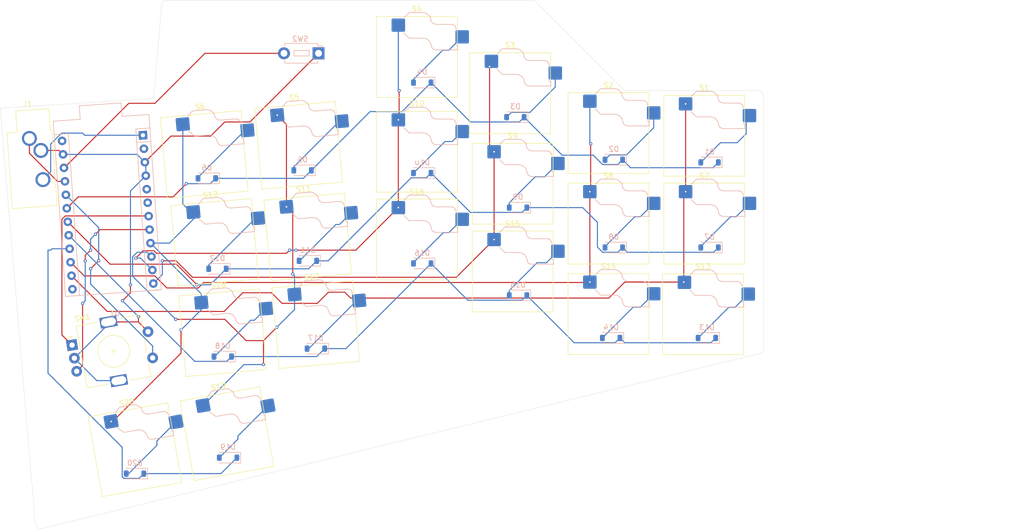
<source format=kicad_pcb>
(kicad_pcb (version 20241229) (generator "pcbnew") (generator_version "9.0")
  (layers (0 "F.Cu" signal) (2 "B.Cu" signal) (13 "F.Paste" user) (15 "B.Paste" user) (5 "F.SilkS" user "F.Silkscreen") (7 "B.SilkS" user "B.Silkscreen") (1 "F.Mask" user) (3 "B.Mask" user) (25 "Edge.Cuts" user))
  (net 0 "")
  (net 1 "0 Row")
  (net 2 "Net-(D1-A)")
  (net 3 "Net-(D2-A)")
  (net 4 "Net-(D3-A)")
  (net 5 "Net-(D4-A)")
  (net 6 "Net-(D5-A)")
  (net 7 "Net-(D6-A)")
  (net 8 "1 Row")
  (net 9 "Net-(D7-A)")
  (net 10 "Net-(D8-A)")
  (net 11 "Net-(D9-A)")
  (net 12 "Net-(D10-A)")
  (net 13 "Net-(D11-A)")
  (net 14 "Net-(D12-A)")
  (net 15 "Net-(D13-A)")
  (net 16 "2 Row")
  (net 17 "Net-(D14-A)")
  (net 18 "Net-(D15-A)")
  (net 19 "Net-(D16-A)")
  (net 20 "Net-(D17-A)")
  (net 21 "Net-(D18-A)")
  (net 22 "3 Row")
  (net 23 "Net-(D19-A)")
  (net 24 "Net-(D20-A)")
  (net 25 "0 Column")
  (net 26 "1 Column")
  (net 27 "2 Column")
  (net 28 "3 Column")
  (net 29 "4 Column")
  (net 30 "5 Column")
  (net 31 "GND")
  (net 32 "Net-(U1-5{slash}PC6)")
  (net 33 "Net-(U1-A3{slash}PF4)")
  (net 34 "Net-(U1-4{slash}PD4)")
  (net 35 "RST")
  (net 36 "VCC")
  (net 39 "Serial")
  (footprint "ScottoKeebs_Hotswap:Hotswap_Choc_V1" (layer "F.Cu") (at 133.829071 96.020643 5)
    (property "Reference" "S12")
    (property "Value" "~")
  )
  (footprint "ScottoKeebs_Hotswap:Hotswap_Choc_V1" (layer "F.Cu") (at 118.85 135 10)
    (property "Reference" "S20")
    (property "Value" "~")
  )
  (footprint "ScottoKeebs_Hotswap:Hotswap_Choc_V1" (layer "F.Cu") (at 152.85 111.5 5)
    (property "Reference" "S17")
    (property "Value" "~")
  )
  (footprint "ScottoKeebs_Hotswap:Hotswap_Choc_V1" (layer "F.Cu") (at 171.85 79)
    (property "Reference" "S10")
    (property "Value" "~")
  )
  (footprint "ScottoKeebs_Hotswap:Hotswap_Choc_V1" (layer "F.Cu") (at 149.593961 77.787206 5)
    (property "Reference" "S5")
    (property "Value" "~")
  )
  (footprint "ScottoKeebs_Hotswap:Hotswap_Choc_V1" (layer "F.Cu") (at 225.85 76)
    (property "Reference" "S1")
    (property "Value" "~")
  )
  (footprint "ScottoKeebs_Hotswap:Hotswap_Choc_V1" (layer "F.Cu") (at 151.329071 95.020643 5)
    (property "Reference" "S11")
    (property "Value" "~")
  )
  (footprint "ScottoKeebs_Hotswap:Hotswap_Choc_V1" (layer "F.Cu") (at 136.127363 132 10)
    (property "Reference" "S19")
    (property "Value" "~")
  )
  (footprint "ScottoKeebs_Hotswap:Hotswap_Choc_V1" (layer "F.Cu") (at 207.85 92.5)
    (property "Reference" "S8")
    (property "Value" "~")
  )
  (footprint "ScottoKeebs_Hotswap:Hotswap_Choc_V1" (layer "F.Cu") (at 171.85 61.2)
    (property "Reference" "S4")
    (property "Value" "~")
  )
  (footprint "ScottoKeebs_Hotswap:Hotswap_Choc_V1" (layer "F.Cu") (at 131.85 79.5 5)
    (property "Reference" "S6")
    (property "Value" "~")
  )
  (footprint "ScottoKeebs_Hotswap:Hotswap_Choc_V1" (layer "F.Cu") (at 225.625 109.55)
    (property "Reference" "S13")
    (property "Value" "~")
  )
  (footprint "ScottoKeebs_Hotswap:Hotswap_Choc_V1" (layer "F.Cu") (at 189.85 101.5)
    (property "Reference" "S15")
    (property "Value" "~")
  )
  (footprint "Connector_Audio:Jack_3.5mm_CUI_SJ1-3533NG_Horizontal_CircularHoles" (layer "F.Cu") (at 99 76.5 4)
    (property "Reference" "J1")
    (property "Value" "AudioJack3")
  )
  (footprint "ScottoKeebs_Hotswap:Hotswap_Choc_V1" (layer "F.Cu") (at 189.35 68)
    (property "Reference" "S3")
    (property "Value" "~")
  )
  (footprint "ScottoKeebs_Hotswap:Hotswap_Choc_V1" (layer "F.Cu") (at 189.85 85)
    (property "Reference" "S9")
    (property "Value" "~")
  )
  (footprint "ScottoKeebs_Hotswap:Hotswap_Choc_V1" (layer "F.Cu") (at 225.85 92.5)
    (property "Reference" "S7")
    (property "Value" "~")
  )
  (footprint "ScottoKeebs_Hotswap:Hotswap_Choc_V1" (layer "F.Cu") (at 207.85 109.5)
    (property "Reference" "S14")
    (property "Value" "~")
  )
  (footprint "ScottoKeebs_Hotswap:Hotswap_Choc_V1" (layer "F.Cu") (at 207.85 75.5)
    (property "Reference" "S2")
    (property "Value" "~")
  )
  (footprint "Rotary_Encoder:RotaryEncoder_Alps_EC11E-Switch_Vertical_H20mm" (layer "F.Cu") (at 114.841948 116.5 10)
    (property "Reference" "SW1")
    (property "Value" "RotaryEncoder_Switch_MP")
  )
  (footprint "ScottoKeebs_Hotswap:Hotswap_Choc_V1" (layer "F.Cu") (at 171.85 95.5)
    (property "Reference" "S16")
    (property "Value" "~")
  )
  (footprint "ScottoKeebs_Hotswap:Hotswap_Choc_V1" (layer "F.Cu") (at 135.329071 113.020643 5)
    (property "Reference" "S18")
    (property "Value" "~")
  )
  (footprint "Diode_SMD:D_SOD-123" (layer "B.Cu") (at 150.35 82.5 180)
    (property "Reference" "D5")
    (property "Value" "~")
  )
  (footprint "Diode_SMD:D_SOD-123" (layer "B.Cu") (at 172.85 83 180)
    (property "Reference" "D10")
    (property "Value" "~")
  )
  (footprint "Diode_SMD:D_SOD-123" (layer "B.Cu") (at 226.85 97 180)
    (property "Reference" "D7")
    (property "Value" "~")
  )
  (footprint "Diode_SMD:D_SOD-123" (layer "B.Cu") (at 172.85 100 180)
    (property "Reference" "D16")
    (property "Value" "~")
  )
  (footprint "Diode_SMD:D_SOD-123" (layer "B.Cu") (at 190.35 72.5 180)
    (property "Reference" "D3")
    (property "Value" "~")
  )
  (footprint "Diode_SMD:D_SOD-123" (layer "B.Cu") (at 132.35 84 180)
    (property "Reference" "D6")
    (property "Value" "~")
  )
  (footprint "Diode_SMD:D_SOD-123" (layer "B.Cu") (at 190.85 106 180)
    (property "Reference" "D15")
    (property "Value" "~")
  )
  (footprint "Diode_SMD:D_SOD-123" (layer "B.Cu") (at 151.35 99.5 180)
    (property "Reference" "D11")
    (property "Value" "~")
  )
  (footprint "Diode_SMD:D_SOD-123" (layer "B.Cu") (at 135.35 117.5 180)
    (property "Reference" "D18")
    (property "Value" "~")
  )
  (footprint "Diode_SMD:D_SOD-123" (layer "B.Cu") (at 208.85 97 180)
    (property "Reference" "D8")
    (property "Value" "~")
  )
  (footprint "Diode_SMD:D_SOD-123" (layer "B.Cu") (at 208.35 114 180)
    (property "Reference" "D14")
    (property "Value" "~")
  )
  (footprint "Arduino:Sparkfun_Pro_Micro" (layer "B.Cu") (at 107.096119 104.83359 4)
    (property "Reference" "U1")
    (property "Value" "Arduino_Pro_Micro")
  )
  (footprint "Diode_SMD:D_SOD-123" (layer "B.Cu") (at 226.35 114 180)
    (property "Reference" "D13")
    (property "Value" "~")
  )
  (footprint "Diode_SMD:D_SOD-123" (layer "B.Cu") (at 118.85 139.5 180)
    (property "Reference" "D20")
    (property "Value" "~")
  )
  (footprint "ScottoKeebs_Components:Button_MJTP1243" (layer "B.Cu") (at 153.35 60.5 180)
    (property "Reference" "SW2")
    (property "Value" "Switch")
  )
  (footprint "Diode_SMD:D_SOD-123" (layer "B.Cu") (at 208.85 80.5 180)
    (property "Reference" "D2")
    (property "Value" "~")
  )
  (footprint "Diode_SMD:D_SOD-123" (layer "B.Cu") (at 172.85 66 180)
    (property "Reference" "D4")
    (property "Value" "~")
  )
  (footprint "Diode_SMD:D_SOD-123" (layer "B.Cu") (at 152.85 116 180)
    (property "Reference" "D17")
    (property "Value" "~")
  )
  (footprint "Diode_SMD:D_SOD-123" (layer "B.Cu") (at 190.85 89.5 180)
    (property "Reference" "D9")
    (property "Value" "~")
  )
  (footprint "Diode_SMD:D_SOD-123" (layer "B.Cu") (at 226.85 81 180)
    (property "Reference" "D1")
    (property "Value" "~")
  )
  (footprint "Diode_SMD:D_SOD-123" (layer "B.Cu") (at 134.35 101 180)
    (property "Reference" "D12")
    (property "Value" "~")
  )
  (footprint "Diode_SMD:D_SOD-123" (layer "B.Cu") (at 136.35 136.5 180)
    (property "Reference" "D19")
    (property "Value" "~")
  )
  (gr_line (start 193.435786 50.5) (end 124.85 50.5) (stroke (width 0.05)) (layer "Edge.Cuts"))
  (gr_arc (start 123.85 51.5) (mid 124.142893 50.792893) (end 124.85 50.5) (stroke (width 0.05)) (layer "Edge.Cuts"))
  (gr_arc (start 236 67.5) (mid 236.707107 67.792893) (end 237 68.5) (stroke (width 0.05)) (layer "Edge.Cuts"))
  (gr_line (start 236.236935 116.941722) (end 101.355014 149.836633) (stroke (width 0.05)) (layer "Edge.Cuts"))
  (gr_line (start 236 67.5) (end 211.264214 67.5) (stroke (width 0.05)) (layer "Edge.Cuts"))
  (gr_line (start 93.5 70.806932) (end 100.122831 148.949271) (stroke (width 0.05)) (layer "Edge.Cuts"))
  (gr_arc (start 122.423226 68.145694) (mid 122.127663 68.773664) (end 121.494526 69.058002) (stroke (width 0.05)) (layer "Edge.Cuts"))
  (gr_arc (start 101.355014 149.836633) (mid 100.534895 149.676275) (end 100.122831 148.949271) (stroke (width 0.05)) (layer "Edge.Cuts"))
  (gr_line (start 121.494526 69.057988) (end 93.5 70.806933) (stroke (width 0.05)) (layer "Edge.Cuts"))
  (gr_arc (start 237 115.970196) (mid 236.786429 116.587881) (end 236.236935 116.941722) (stroke (width 0.05)) (layer "Edge.Cuts"))
  (gr_line (start 210.557107 67.207107) (end 194.142893 50.792893) (stroke (width 0.05)) (layer "Edge.Cuts"))
  (gr_arc (start 193.435786 50.5) (mid 193.818478 50.57611) (end 194.142893 50.792893) (stroke (width 0.05)) (layer "Edge.Cuts"))
  (gr_line (start 123.85 51.5) (end 122.423226 68.145694) (stroke (width 0.05)) (layer "Edge.Cuts"))
  (gr_arc (start 211.264214 67.5) (mid 210.881528 67.423884) (end 210.557107 67.207107) (stroke (width 0.05)) (layer "Edge.Cuts"))
  (gr_line (start 237 115.970196) (end 237 68.5) (stroke (width 0.05)) (layer "Edge.Cuts"))
  (segment (start 126.033376 87.466624) (end 108.197119 87.466624) (width 0.2) (layer "F.Cu") (net 1))
  (segment (start 128.5 85) (end 126.033376 87.466624) (width 0.2) (layer "F.Cu") (net 1))
  (segment (start 108.197119 87.466624) (end 106.033029 89.630714) (width 0.2) (layer "F.Cu") (net 1))
  (via (at 128.5 85) (size 0.6) (drill 0.3) (layers "F.Cu" "B.Cu") (net 1))
  (segment (start 212 82) (end 210.5 80.5) (width 0.2) (layer "B.Cu") (net 1))
  (segment (start 209.599 81.401) (end 206.75089 81.401) (width 0.2) (layer "B.Cu") (net 1))
  (segment (start 228.5 81) (end 227.5 82) (width 0.2) (layer "B.Cu") (net 1))
  (segment (start 191.099 73.401) (end 181.901 73.401) (width 0.2) (layer "B.Cu") (net 1))
  (segment (start 134 84) (end 133 85) (width 0.2) (layer "B.Cu") (net 1))
  (segment (start 206.75089 81.401) (end 204.99889 79.649) (width 0.2) (layer "B.Cu") (net 1))
  (segment (start 150.5 84) (end 134 84) (width 0.2) (layer "B.Cu") (net 1))
  (segment (start 133 85) (end 128.5 85) (width 0.2) (layer "B.Cu") (net 1))
  (segment (start 204.99889 79.649) (end 199.149 79.649) (width 0.2) (layer "B.Cu") (net 1))
  (segment (start 152 82.5) (end 150.5 84) (width 0.2) (layer "B.Cu") (net 1))
  (segment (start 210.5 80.5) (end 209.599 81.401) (width 0.2) (layer "B.Cu") (net 1))
  (segment (start 174.5 66) (end 169.051 71.449) (width 0.2) (layer "B.Cu") (net 1))
  (segment (start 181.901 73.401) (end 174.5 66) (width 0.2) (layer "B.Cu") (net 1))
  (segment (start 227.5 82) (end 212 82) (width 0.2) (layer "B.Cu") (net 1))
  (segment (start 199.149 79.649) (end 192 72.5) (width 0.2) (layer "B.Cu") (net 1))
  (segment (start 163.051 71.449) (end 152 82.5) (width 0.2) (layer "B.Cu") (net 1))
  (segment (start 169.051 71.449) (end 163.051 71.449) (width 0.2) (layer "B.Cu") (net 1))
  (segment (start 192 72.5) (end 191.099 73.401) (width 0.2) (layer "B.Cu") (net 1))
  (segment (start 232.040948 77.301) (end 233.749 75.592948) (width 0.2) (layer "B.Cu") (net 2))
  (segment (start 233.749 75.592948) (end 233.749 72.2) (width 0.2) (layer "B.Cu") (net 2))
  (segment (start 228.899 77.301) (end 232.040948 77.301) (width 0.2) (layer "B.Cu") (net 2))
  (segment (start 225.2 81) (end 228.899 77.301) (width 0.2) (layer "B.Cu") (net 2))
  (segment (start 216.35 74.491948) (end 211.242948 79.599) (width 0.2) (layer "B.Cu") (net 3))
  (segment (start 216.35 71.7) (end 216.35 74.491948) (width 0.2) (layer "B.Cu") (net 3))
  (segment (start 211.242948 79.599) (end 208.101 79.599) (width 0.2) (layer "B.Cu") (net 3))
  (segment (start 208.101 79.599) (end 207.2 80.5) (width 0.2) (layer "B.Cu") (net 3))
  (segment (start 193.090892 71.599) (end 189.601 71.599) (width 0.2) (layer "B.Cu") (net 4))
  (segment (start 197.85 66.839892) (end 193.090892 71.599) (width 0.2) (layer "B.Cu") (net 4))
  (segment (start 189.601 71.599) (end 188.7 72.5) (width 0.2) (layer "B.Cu") (net 4))
  (segment (start 197.85 64.2) (end 197.85 66.839892) (width 0.2) (layer "B.Cu") (net 4))
  (segment (start 177.851 59.899) (end 176.701 59.899) (width 0.2) (layer "B.Cu") (net 5))
  (segment (start 176.701 59.899) (end 171.2 65.4) (width 0.2) (layer "B.Cu") (net 5))
  (segment (start 171.2 65.4) (end 171.2 66) (width 0.2) (layer "B.Cu") (net 5))
  (segment (start 180.35 57.4) (end 177.851 59.899) (width 0.2) (layer "B.Cu") (net 5))
  (segment (start 148.7 81.840989) (end 148.7 82.5) (width 0.2) (layer "B.Cu") (net 6))
  (segment (start 157.280146 73.260843) (end 148.7 81.840989) (width 0.2) (layer "B.Cu") (net 6))
  (segment (start 157.730422 73.260843) (end 157.280146 73.260843) (width 0.2) (layer "B.Cu") (net 6))
  (segment (start 139.986461 74.973637) (end 139.536185 74.973637) (width 0.2) (layer "B.Cu") (net 7))
  (segment (start 130.7 83.809822) (end 130.7 84) (width 0.2) (layer "B.Cu") (net 7))
  (segment (start 139.536185 74.973637) (end 130.7 83.809822) (width 0.2) (layer "B.Cu") (net 7))
  (segment (start 130.5 104) (end 126.635689 100.135689) (width 0.2) (layer "F.Cu") (net 8))
  (segment (start 126.635689 100.135689) (end 114.181374 100.135689) (width 0.2) (layer "F.Cu") (net 8))
  (segment (start 114.181374 100.135689) (end 106.210211 92.164526) (width 0.2) (layer "F.Cu") (net 8))
  (via (at 130.5 104) (size 0.6) (drill 0.3) (layers "F.Cu" "B.Cu") (net 8))
  (segment (start 151.5 101) (end 153 99.5) (width 0.2) (layer "B.Cu") (net 8))
  (segment (start 206.75089 97.901) (end 209.599 97.901) (width 0.2) (layer "B.Cu") (net 8))
  (segment (start 205.774 96.92411) (end 206.75089 97.901) (width 0.2) (layer "B.Cu") (net 8))
  (segment (start 136 101) (end 151.5 101) (width 0.2) (layer "B.Cu") (net 8))
  (segment (start 173.599 83.901) (end 174.5 83) (width 0.2) (layer "B.Cu") (net 8))
  (segment (start 153 99.5) (end 155.15189 99.5) (width 0.2) (layer "B.Cu") (net 8))
  (segment (start 210.5 97) (end 211.401 97.901) (width 0.2) (layer "B.Cu") (net 8))
  (segment (start 155.15189 99.5) (end 170.75089 83.901) (width 0.2) (layer "B.Cu") (net 8))
  (segment (start 203 89.5) (end 205.774 92.274) (width 0.2) (layer "B.Cu") (net 8))
  (segment (start 181.901 90.401) (end 191.599 90.401) (width 0.2) (layer "B.Cu") (net 8))
  (segment (start 211.401 97.901) (end 227.599 97.901) (width 0.2) (layer "B.Cu") (net 8))
  (segment (start 170.75089 83.901) (end 173.599 83.901) (width 0.2) (layer "B.Cu") (net 8))
  (segment (start 192.5 89.5) (end 203 89.5) (width 0.2) (layer "B.Cu") (net 8))
  (segment (start 209.599 97.901) (end 210.5 97) (width 0.2) (layer "B.Cu") (net 8))
  (segment (start 191.599 90.401) (end 192.5 89.5) (width 0.2) (layer "B.Cu") (net 8))
  (segment (start 133 104) (end 130.5 104) (width 0.2) (layer "B.Cu") (net 8))
  (segment (start 136 101) (end 133 104) (width 0.2) (layer "B.Cu") (net 8))
  (segment (start 227.599 97.901) (end 228.5 97) (width 0.2) (layer "B.Cu") (net 8))
  (segment (start 174.5 83) (end 181.901 90.401) (width 0.2) (layer "B.Cu") (net 8))
  (segment (start 205.774 92.274) (end 205.774 96.92411) (width 0.2) (layer "B.Cu") (net 8))
  (segment (start 231.851 91.199) (end 230.811108 91.199) (width 0.2) (layer "B.Cu") (net 9))
  (segment (start 234.35 88.7) (end 231.851 91.199) (width 0.2) (layer "B.Cu") (net 9))
  (segment (start 225.2 96.810108) (end 225.2 97) (width 0.2) (layer "B.Cu") (net 9))
  (segment (start 230.811108 91.199) (end 225.2 96.810108) (width 0.2) (layer "B.Cu") (net 9))
  (segment (start 216.35 88.7) (end 213.851 91.199) (width 0.2) (layer "B.Cu") (net 10))
  (segment (start 207.2 96.810108) (end 207.2 97) (width 0.2) (layer "B.Cu") (net 10))
  (segment (start 212.811108 91.199) (end 207.2 96.810108) (width 0.2) (layer "B.Cu") (net 10))
  (segment (start 213.851 91.199) (end 212.811108 91.199) (width 0.2) (layer "B.Cu") (net 10))
  (segment (start 189.2 88.585907) (end 189.2 89.5) (width 0.2) (layer "B.Cu") (net 11))
  (segment (start 195.851 83.699) (end 194.086907 83.699) (width 0.2) (layer "B.Cu") (net 11))
  (segment (start 198.35 81.2) (end 195.851 83.699) (width 0.2) (layer "B.Cu") (net 11))
  (segment (start 194.086907 83.699) (end 189.2 88.585907) (width 0.2) (layer "B.Cu") (net 11))
  (segment (start 180.35 75.2) (end 178.474 77.076) (width 0.2) (layer "B.Cu") (net 12))
  (segment (start 178.474 77.076) (end 177.124 77.076) (width 0.2) (layer "B.Cu") (net 12))
  (segment (start 177.124 77.076) (end 171.2 83) (width 0.2) (layer "B.Cu") (net 12))
  (segment (start 149.785621 99.5) (end 149.7 99.5) (width 0.2) (layer "B.Cu") (net 13))
  (segment (start 156.610296 92.675325) (end 149.785621 99.5) (width 0.2) (layer "B.Cu") (net 13))
  (segment (start 157.284487 92.675325) (end 156.610296 92.675325) (width 0.2) (layer "B.Cu") (net 13))
  (segment (start 159.465532 90.49428) (end 157.284487 92.675325) (width 0.2) (layer "B.Cu") (net 13))
  (segment (start 141.965532 91.49428) (end 141.515256 91.49428) (width 0.2) (layer "B.Cu") (net 14))
  (segment (start 141.515256 91.49428) (end 132.7 100.309536) (width 0.2) (layer "B.Cu") (net 14))
  (segment (start 132.7 100.309536) (end 132.7 101) (width 0.2) (layer "B.Cu") (net 14))
  (segment (start 230.451 108.249) (end 224.7 114) (width 0.2) (layer "B.Cu") (net 15))
  (segment (start 234.125 105.75) (end 231.626 108.249) (width 0.2) (layer "B.Cu") (net 15))
  (segment (start 231.626 108.249) (end 230.451 108.249) (width 0.2) (layer "B.Cu") (net 15))
  (segment (start 154.5 116) (end 153 117.5) (width 0.2) (layer "B.Cu") (net 16))
  (segment (start 210.901 114.901) (end 210 114) (width 0.2) (layer "B.Cu") (net 16))
  (segment (start 209.099 114.901) (end 201.401 114.901) (width 0.2) (layer "B.Cu") (net 16))
  (segment (start 137 117.5) (end 136.099 118.401) (width 0.2) (layer "B.Cu") (net 16))
  (segment (start 181.401 106.901) (end 174.5 100) (width 0.2) (layer "B.Cu") (net 16))
  (segment (start 227.099 114.901) (end 210.901 114.901) (width 0.2) (layer "B.Cu") (net 16))
  (segment (start 130.090056 118.401) (end 106.387395 94.698339) (width 0.2) (layer "B.Cu") (net 16))
  (segment (start 201.401 114.901) (end 192.5 106) (width 0.2) (layer "B.Cu") (net 16))
  (segment (start 210 114) (end 209.099 114.901) (width 0.2) (layer "B.Cu") (net 16))
  (segment (start 192.5 106) (end 191.599 106.901) (width 0.2) (layer "B.Cu") (net 16))
  (segment (start 191.599 106.901) (end 181.401 106.901) (width 0.2) (layer "B.Cu") (net 16))
  (segment (start 174.5 100) (end 158.5 116) (width 0.2) (layer "B.Cu") (net 16))
  (segment (start 158.5 116) (end 154.5 116) (width 0.2) (layer "B.Cu") (net 16))
  (segment (start 153 117.5) (end 137 117.5) (width 0.2) (layer "B.Cu") (net 16))
  (segment (start 228 114) (end 227.099 114.901) (width 0.2) (layer "B.Cu") (net 16))
  (segment (start 136.099 118.401) (end 130.090056 118.401) (width 0.2) (layer "B.Cu") (net 16))
  (segment (start 213.851 108.199) (end 212.501 108.199) (width 0.2) (layer "B.Cu") (net 17))
  (segment (start 212.501 108.199) (end 206.7 114) (width 0.2) (layer "B.Cu") (net 17))
  (segment (start 216.35 105.7) (end 213.851 108.199) (width 0.2) (layer "B.Cu") (net 17))
  (segment (start 198.35 97.7) (end 196.192953 99.857047) (width 0.2) (layer "B.Cu") (net 18))
  (segment (start 189.2 105.085907) (end 189.2 106) (width 0.2) (layer "B.Cu") (net 18))
  (segment (start 194.42886 99.857047) (end 189.2 105.085907) (width 0.2) (layer "B.Cu") (net 18))
  (segment (start 196.192953 99.857047) (end 194.42886 99.857047) (width 0.2) (layer "B.Cu") (net 18))
  (segment (start 180.35 91.7) (end 177.851 94.199) (width 0.2) (layer "B.Cu") (net 19))
  (segment (start 171.2 99.810108) (end 171.2 100) (width 0.2) (layer "B.Cu") (net 19))
  (segment (start 176.811108 94.199) (end 171.2 99.810108) (width 0.2) (layer "B.Cu") (net 19))
  (segment (start 177.851 94.199) (end 176.811108 94.199) (width 0.2) (layer "B.Cu") (net 19))
  (segment (start 151.509822 116) (end 151.2 116) (width 0.2) (layer "B.Cu") (net 20))
  (segment (start 160.536185 106.973637) (end 151.509822 116) (width 0.2) (layer "B.Cu") (net 20))
  (segment (start 160.986461 106.973637) (end 160.536185 106.973637) (width 0.2) (layer "B.Cu") (net 20))
  (segment (start 140.610296 110.675325) (end 133.785621 117.5) (width 0.2) (layer "B.Cu") (net 21))
  (segment (start 143.465532 108.49428) (end 141.284487 110.675325) (width 0.2) (layer "B.Cu") (net 21))
  (segment (start 141.284487 110.675325) (end 140.610296 110.675325) (width 0.2) (layer "B.Cu") (net 21))
  (segment (start 133.785621 117.5) (end 133.7 117.5) (width 0.2) (layer "B.Cu") (net 21))
  (segment (start 103 97.5) (end 103.267848 97.232152) (width 0.2) (layer "B.Cu") (net 22))
  (segment (start 102.5 120.616893) (end 102.5 97.5) (width 0.2) (layer "B.Cu") (net 22))
  (segment (start 102.5 97.5) (end 103 97.5) (width 0.2) (layer "B.Cu") (net 22))
  (segment (start 120.5 139.5) (end 119.599 140.401) (width 0.2) (layer "B.Cu") (net 22))
  (segment (start 103.267848 97.232152) (end 106.564575 97.232152) (width 0.2) (layer "B.Cu") (net 22))
  (segment (start 119.599 140.401) (end 116.75089 140.401) (width 0.2) (layer "B.Cu") (net 22))
  (segment (start 116.75089 140.401) (end 116.449 140.09911) (width 0.2) (layer "B.Cu") (net 22))
  (segment (start 116.449 140.09911) (end 116.449 134.565893) (width 0.2) (layer "B.Cu") (net 22))
  (segment (start 138 136.5) (end 135 139.5) (width 0.2) (layer "B.Cu") (net 22))
  (segment (start 135 139.5) (end 120.5 139.5) (width 0.2) (layer "B.Cu") (net 22))
  (segment (start 116.449 134.565893) (end 102.5 120.616893) (width 0.2) (layer "B.Cu") (net 22))
  (segment (start 138.203363 132.996637) (end 134.7 136.5) (width 0.2) (layer "B.Cu") (net 23))
  (segment (start 138.203363 132.416721) (end 138.203363 132.996637) (width 0.2) (layer "B.Cu") (net 23))
  (segment (start 143.838363 126.781721) (end 138.203363 132.416721) (width 0.2) (layer "B.Cu") (net 23))
  (segment (start 117.65 139.5) (end 117.2 139.5) (width 0.2) (layer "B.Cu") (net 24))
  (segment (start 122.965444 134.184556) (end 117.65 139.5) (width 0.2) (layer "B.Cu") (net 24))
  (segment (start 126.561 129.781721) (end 122.965444 133.377277) (width 0.2) (layer "B.Cu") (net 24))
  (segment (start 122.965444 133.377277) (end 122.965444 134.184556) (width 0.2) (layer "B.Cu") (net 24))
  (segment (start 113.638254 109.019094) (end 106.918937 102.299777) (width 0.2) (layer "F.Cu") (net 25))
  (segment (start 135.591917 109.019094) (end 113.638254 109.019094) (width 0.2) (layer "F.Cu") (net 25))
  (segment (start 210.914093 103.5) (end 207.914093 106.5) (width 0.2) (layer "F.Cu") (net 25))
  (segment (start 153.112846 107.498451) (end 146.498451 107.498451) (width 0.2) (layer "F.Cu") (net 25))
  (segment (start 159.374163 106.5) (end 158.276846 105.402683) (width 0.2) (layer "F.Cu") (net 25))
  (segment (start 144.5 105.5) (end 139.111011 105.5) (width 0.2) (layer "F.Cu") (net 25))
  (segment (start 155.208614 105.402683) (end 153.112846 107.498451) (width 0.2) (layer "F.Cu") (net 25))
  (segment (start 222.35 86.5) (end 222.35 70) (width 0.2) (layer "F.Cu") (net 25))
  (segment (start 158.276846 105.402683) (end 155.208614 105.402683) (width 0.2) (layer "F.Cu") (net 25))
  (segment (start 222 103.5) (end 222 86.85) (width 0.2) (layer "F.Cu") (net 25))
  (segment (start 139.111011 105.5) (end 135.591917 109.019094) (width 0.2) (layer "F.Cu") (net 25))
  (segment (start 207.914093 106.5) (end 159.374163 106.5) (width 0.2) (layer "F.Cu") (net 25))
  (segment (start 222 86.85) (end 222.35 86.5) (width 0.2) (layer "F.Cu") (net 25))
  (segment (start 222 103.5) (end 210.914093 103.5) (width 0.2) (layer "F.Cu") (net 25))
  (segment (start 146.498451 107.498451) (end 144.5 105.5) (width 0.2) (layer "F.Cu") (net 25))
  (via (at 222.35 70) (size 0.6) (drill 0.3) (layers "F.Cu" "B.Cu") (net 25))
  (via (at 222 103.5) (size 0.6) (drill 0.3) (layers "F.Cu" "B.Cu") (net 25))
  (via (at 222.35 86.5) (size 0.6) (drill 0.3) (layers "F.Cu" "B.Cu") (net 25))
  (segment (start 222.05 103.55) (end 222 103.5) (width 0.2) (layer "B.Cu") (net 25))
  (segment (start 222.125 103.55) (end 222.05 103.55) (width 0.2) (layer "B.Cu") (net 25))
  (segment (start 109.313481 102.337689) (end 106.741757 99.765965) (width 0.2) (layer "F.Cu") (net 26))
  (segment (start 204.35 103.5) (end 204.274 103.576) (width 0.2) (layer "F.Cu") (net 26))
  (segment (start 122.577864 102.337689) (end 109.313481 102.337689) (width 0.2) (layer "F.Cu") (net 26))
  (segment (start 130.748943 104.601) (end 124.841175 104.601) (width 0.2) (layer "F.Cu") (net 26))
  (segment (start 204.5 77.5) (end 204.5 86.35) (width 0.2) (layer "F.Cu") (net 26))
  (segment (start 204.274 103.576) (end 131.773943 103.576) (width 0.2) (layer "F.Cu") (net 26))
  (segment (start 204.35 86.5) (end 204.35 103.5) (width 0.2) (layer "F.Cu") (net 26))
  (segment (start 204.5 86.35) (end 204.35 86.5) (width 0.2) (layer "F.Cu") (net 26))
  (segment (start 131.773943 103.576) (end 130.748943 104.601) (width 0.2) (layer "F.Cu") (net 26))
  (segment (start 124.841175 104.601) (end 122.577864 102.337689) (width 0.2) (layer "F.Cu") (net 26))
  (via (at 204.5 77.5) (size 0.6) (drill 0.3) (layers "F.Cu" "B.Cu") (net 26))
  (via (at 204.35 86.5) (size 0.6) (drill 0.3) (layers "F.Cu" "B.Cu") (net 26))
  (via (at 204.35 103.5) (size 0.6) (drill 0.3) (layers "F.Cu" "B.Cu") (net 26))
  (segment (start 204.35 69.5) (end 204.35 77.35) (width 0.2) (layer "B.Cu") (net 26))
  (segment (start 204.35 77.35) (end 204.5 77.5) (width 0.2) (layer "B.Cu") (net 26))
  (segment (start 185.5 78.15) (end 186.35 79) (width 0.2) (layer "F.Cu") (net 27))
  (segment (start 129.6681 102.601) (end 126.5671 99.5) (width 0.2) (layer "F.Cu") (net 27))
  (segment (start 185.5 63) (end 185.5 78.15) (width 0.2) (layer "F.Cu") (net 27))
  (segment (start 186.35 95.5) (end 179.249 102.601) (width 0.2) (layer "F.Cu") (net 27))
  (segment (start 186.35 79) (end 186.35 95.5) (width 0.2) (layer "F.Cu") (net 27))
  (segment (start 179.249 102.601) (end 129.6681 102.601) (width 0.2) (layer "F.Cu") (net 27))
  (segment (start 126.5671 99.5) (end 124 99.5) (width 0.2) (layer "F.Cu") (net 27))
  (via (at 186.35 95.5) (size 0.6) (drill 0.3) (layers "F.Cu" "B.Cu") (net 27))
  (via (at 124 99.5) (size 0.6) (drill 0.3) (layers "F.Cu" "B.Cu") (net 27))
  (via (at 185.5 63) (size 0.6) (drill 0.3) (layers "F.Cu" "B.Cu") (net 27))
  (via (at 186.35 79) (size 0.6) (drill 0.3) (layers "F.Cu" "B.Cu") (net 27))
  (segment (start 185.85 62.65) (end 185.5 63) (width 0.2) (layer "B.Cu") (net 27))
  (segment (start 124 102.069495) (end 122.298995 103.7705) (width 0.2) (layer "B.Cu") (net 27))
  (segment (start 124 99.5) (end 124 102.069495) (width 0.2) (layer "B.Cu") (net 27))
  (segment (start 185.85 62) (end 185.85 62.65) (width 0.2) (layer "B.Cu") (net 27))
  (segment (start 160.35 97.5) (end 149.1 97.5) (width 0.2) (layer "F.Cu") (net 28))
  (segment (start 122.400683 97.601876) (end 120.398124 97.601876) (width 0.2) (layer "F.Cu") (net 28))
  (segment (start 147.303357 98.096643) (end 122.89545 98.096643) (width 0.2) (layer "F.Cu") (net 28))
  (segment (start 168.35 89.5) (end 160.35 97.5) (width 0.2) (layer "F.Cu") (net 28))
  (segment (start 168.5 67.5) (end 168.5 72.85) (width 0.2) (layer "F.Cu") (net 28))
  (segment (start 120.398124 97.601876) (end 119 99) (width 0.2) (layer "F.Cu") (net 28))
  (segment (start 168.5 72.85) (end 168.35 73) (width 0.2) (layer "F.Cu") (net 28))
  (segment (start 147.9 97.5) (end 147.303357 98.096643) (width 0.2) (layer "F.Cu") (net 28))
  (segment (start 122.89545 98.096643) (end 122.400683 97.601876) (width 0.2) (layer "F.Cu") (net 28))
  (segment (start 168.35 73) (end 168.35 89.5) (width 0.2) (layer "F.Cu") (net 28))
  (via (at 147.9 97.5) (size 0.6) (drill 0.3) (layers "F.Cu" "B.Cu") (net 28))
  (via (at 149.1 97.5) (size 0.6) (drill 0.3) (layers "F.Cu" "B.Cu") (net 28))
  (via (at 168.35 73) (size 0.6) (drill 0.3) (layers "F.Cu" "B.Cu") (net 28))
  (via (at 168.5 67.5) (size 0.6) (drill 0.3) (layers "F.Cu" "B.Cu") (net 28))
  (via (at 119 99) (size 0.6) (drill 0.3) (layers "F.Cu" "B.Cu") (net 28))
  (via (at 168.35 89.5) (size 0.6) (drill 0.3) (layers "F.Cu" "B.Cu") (net 28))
  (segment (start 149.1 97.5) (end 147.9 97.5) (width 0.2) (layer "B.Cu") (net 28))
  (segment (start 168.35 55.2) (end 168.35 67.35) (width 0.2) (layer "B.Cu") (net 28))
  (segment (start 119.885125 99) (end 122.121814 101.236689) (width 0.2) (layer "B.Cu") (net 28))
  (segment (start 119 99) (end 119.885125 99) (width 0.2) (layer "B.Cu") (net 28))
  (segment (start 168.35 67.35) (end 168.5 67.5) (width 0.2) (layer "B.Cu") (net 28))
  (segment (start 143 114.5) (end 139.744335 114.5) (width 0.2) (layer "F.Cu") (net 29))
  (segment (start 148.5 90.529064) (end 147.319457 89.348521) (width 0.2) (layer "F.Cu") (net 29))
  (segment (start 135.744335 110.5) (end 126.5 110.5) (width 0.2) (layer "F.Cu") (net 29))
  (segment (start 147.319457 89.348521) (end 147.319457 73.850194) (width 0.2) (layer "F.Cu") (net 29))
  (segment (start 139.744335 114.5) (end 135.744335 110.5) (width 0.2) (layer "F.Cu") (net 29))
  (segment (start 143 114.5) (end 145.5 112) (width 0.2) (layer "F.Cu") (net 29))
  (segment (start 147.319457 73.850194) (end 145.584347 72.115084) (width 0.2) (layer "F.Cu") (net 29))
  (segment (start 148.5 102) (end 148.5 90.529064) (width 0.2) (layer "F.Cu") (net 29))
  (segment (start 143 119) (end 143 114.5) (width 0.2) (layer "F.Cu") (net 29))
  (via (at 143 119) (size 0.6) (drill 0.3) (layers "F.Cu" "B.Cu") (net 29))
  (via (at 147.319457 89.348521) (size 0.6) (drill 0.3) (layers "F.Cu" "B.Cu") (net 29))
  (via (at 145.5 112) (size 0.6) (drill 0.3) (layers "F.Cu" "B.Cu") (net 29))
  (via (at 145.584347 72.115084) (size 0.6) (drill 0.3) (layers "F.Cu" "B.Cu") (net 29))
  (via (at 126.5 110.5) (size 0.6) (drill 0.3) (layers "F.Cu" "B.Cu") (net 29))
  (via (at 148.5 102) (size 0.6) (drill 0.3) (layers "F.Cu" "B.Cu") (net 29))
  (segment (start 145.5 112) (end 148.840386 108.659614) (width 0.2) (layer "B.Cu") (net 29))
  (segment (start 131.638651 126.698922) (end 139.337573 119) (width 0.2) (layer "B.Cu") (net 29))
  (segment (start 119.24718 97.902877) (end 121.144634 97.902877) (width 0.2) (layer "B.Cu") (net 29))
  (segment (start 139.337573 119) (end 143 119) (width 0.2) (layer "B.Cu") (net 29))
  (segment (start 121.144634 97.902877) (end 121.944633 98.702876) (width 0.2) (layer "B.Cu") (net 29))
  (segment (start 126.5 110.5) (end 118.399 102.399) (width 0.2) (layer "B.Cu") (net 29))
  (segment (start 118.399 98.751057) (end 119.24718 97.902877) (width 0.2) (layer "B.Cu") (net 29))
  (segment (start 148.840386 108.659614) (end 148.840386 105.827878) (width 0.2) (layer "B.Cu") (net 29))
  (segment (start 118.399 102.399) (end 118.399 98.751057) (width 0.2) (layer "B.Cu") (net 29))
  (segment (start 148.840386 102.340386) (end 148.5 102) (width 0.2) (layer "B.Cu") (net 29))
  (segment (start 148.840386 105.827878) (end 148.840386 102.340386) (width 0.2) (layer "B.Cu") (net 29))
  (segment (start 114.663123 129.698922) (end 114.361288 129.698922) (width 0.2) (layer "F.Cu") (net 30))
  (segment (start 127.5 112.5) (end 127.5 116.862045) (width 0.2) (layer "F.Cu") (net 30))
  (segment (start 127.5 116.862045) (end 114.663123 129.698922) (width 0.2) (layer "F.Cu") (net 30))
  (via (at 114.361288 129.698922) (size 0.6) (drill 0.3) (layers "F.Cu" "B.Cu") (net 30))
  (via (at 127.5 112.5) (size 0.6) (drill 0.3) (layers "F.Cu" "B.Cu") (net 30))
  (segment (start 131.319457 107.348521) (end 131.319457 108.680543) (width 0.2) (layer "B.Cu") (net 30))
  (segment (start 130 91) (end 130 91.5) (width 0.2) (layer "B.Cu") (net 30))
  (segment (start 125.330937 96.169063) (end 121.767452 96.169063) (width 0.2) (layer "B.Cu") (net 30))
  (segment (start 127.840386 73.827878) (end 127.840386 88.840386) (width 0.2) (layer "B.Cu") (net 30))
  (segment (start 130 91.5) (end 125.330937 96.169063) (width 0.2) (layer "B.Cu") (net 30))
  (segment (start 131.319457 108.680543) (end 127.5 112.5) (width 0.2) (layer "B.Cu") (net 30))
  (segment (start 131.319457 105.721068) (end 131.319457 107.348521) (width 0.2) (layer "B.Cu") (net 30))
  (segment (start 121.767452 96.169063) (end 131.319457 105.721068) (width 0.2) (layer "B.Cu") (net 30))
  (segment (start 127.840386 88.840386) (end 130 91) (width 0.2) (layer "B.Cu") (net 30))
  (segment (start 101.162543 78.754641) (end 104.583483 78.754641) (width 0.2) (layer "F.Cu") (net 31))
  (segment (start 120.704362 80.966186) (end 125.6148 76.055748) (width 0.2) (layer "F.Cu") (net 31))
  (segment (start 133.069651 76.055748) (end 135.722716 73.402683) (width 0.2) (layer "F.Cu") (net 31))
  (segment (start 135.722716 73.402683) (end 140.447317 73.402683) (width 0.2) (layer "F.Cu") (net 31))
  (segment (start 119.464115 110.985076) (end 113.869517 110.985076) (width 0.2) (layer "F.Cu") (net 31))
  (segment (start 118 105.5) (end 118 104) (width 0.2) (layer "F.Cu") (net 31))
  (segment (start 140.447317 73.402683) (end 153.35 60.5) (width 0.2) (layer "F.Cu") (net 31))
  (segment (start 125.6148 76.055748) (end 133.069651 76.055748) (width 0.2) (layer "F.Cu") (net 31))
  (segment (start 104.583483 78.754641) (end 105.324305 79.495463) (width 0.2) (layer "F.Cu") (net 31))
  (segment (start 121.301483 112.822444) (end 119.464115 110.985076) (width 0.2) (layer "F.Cu") (net 31))
  (segment (start 119.5 110.949191) (end 119.5 110) (width 0.2) (layer "F.Cu") (net 31))
  (segment (start 119.464115 110.985076) (end 119.5 110.949191) (width 0.2) (layer "F.Cu") (net 31))
  (segment (start 116.5 107) (end 118 105.5) (width 0.2) (layer "F.Cu") (net 31))
  (via (at 118 104) (size 0.6) (drill 0.3) (layers "F.Cu" "B.Cu") (net 31))
  (via (at 119.5 110) (size 0.6) (drill 0.3) (layers "F.Cu" "B.Cu") (net 31))
  (via (at 116.5 107) (size 0.6) (drill 0.3) (layers "F.Cu" "B.Cu") (net 31))
  (segment (start 118 104) (end 117.998 103.998) (width 0.2) (layer "B.Cu") (net 31))
  (segment (start 119.233639 79.495463) (end 120.704362 80.966186) (width 0.2) (layer "B.Cu") (net 31))
  (segment (start 107.45589 117.802361) (end 113.869517 111.388734) (width 0.2) (layer "B.Cu") (net 31))
  (segment (start 105.324305 79.495463) (end 119.233639 79.495463) (width 0.2) (layer "B.Cu") (net 31))
  (segment (start 120.881543 81.381543) (end 120.881543 83.5) (width 0.2) (layer "B.Cu") (net 31))
  (segment (start 120.704362 81.204362) (end 120.881543 81.381543) (width 0.2) (layer "B.Cu") (net 31))
  (segment (start 115.814378 122.014923) (end 111.668452 122.014923) (width 0.2) (layer "B.Cu") (net 31))
  (segment (start 117.998 103.998) (end 117.998 86.383543) (width 0.2) (layer "B.Cu") (net 31))
  (segment (start 113.869517 111.388734) (end 113.869517 110.985076) (width 0.2) (layer "B.Cu") (net 31))
  (segment (start 119.5 110) (end 116.5 107) (width 0.2) (layer "B.Cu") (net 31))
  (segment (start 120.704362 80.966186) (end 120.704362 81.204362) (width 0.2) (layer "B.Cu") (net 31))
  (segment (start 111.668452 122.014923) (end 107.45589 117.802361) (width 0.2) (layer "B.Cu") (net 31))
  (segment (start 117.998 86.383543) (end 120.881543 83.5) (width 0.2) (layer "B.Cu") (net 31))
  (segment (start 109.5 98.5) (end 110.5 97.5) (width 0.2) (layer "F.Cu") (net 32))
  (segment (start 112.283542 93.635251) (end 121.590269 93.635251) (width 0.2) (layer "F.Cu") (net 32))
  (segment (start 107.890008 120.26438) (end 109 119.154388) (width 0.2) (layer "F.Cu") (net 32))
  (segment (start 111.418793 94.5) (end 112.283542 93.635251) (width 0.2) (layer "F.Cu") (net 32))
  (segment (start 109.5 99.5) (end 109.5 98.5) (width 0.2) (layer "F.Cu") (net 32))
  (segment (start 109 119.154388) (end 109 107.5) (width 0.2) (layer "F.Cu") (net 32))
  (via (at 109.5 99.5) (size 0.6) (drill 0.3) (layers "F.Cu" "B.Cu") (net 32))
  (via (at 110.5 97.5) (size 0.6) (drill 0.3) (layers "F.Cu" "B.Cu") (net 32))
  (via (at 111.418793 94.5) (size 0.6) (drill 0.3) (layers "F.Cu" "B.Cu") (net 32))
  (via (at 109 107.5) (size 0.6) (drill 0.3) (layers "F.Cu" "B.Cu") (net 32))
  (segment (start 109 107.5) (end 109.5 107) (width 0.2) (layer "B.Cu") (net 32))
  (segment (start 109.5 107) (end 109.5 99.5) (width 0.2) (layer "B.Cu") (net 32))
  (segment (start 110.5 95.418793) (end 111.418793 94.5) (width 0.2) (layer "B.Cu") (net 32))
  (segment (start 110.5 97.5) (end 110.5 95.418793) (width 0.2) (layer "B.Cu") (net 32))
  (segment (start 112.018793 99.481207) (end 110.5 101) (width 0.2) (layer "F.Cu") (net 33))
  (via (at 110.5 101) (size 0.6) (drill 0.3) (layers "F.Cu" "B.Cu") (net 33))
  (via (at 112.018793 99.481207) (size 0.6) (drill 0.3) (layers "F.Cu" "B.Cu") (net 33))
  (segment (start 105.855849 87.096901) (end 112.018793 93.259845) (width 0.2) (layer "B.Cu") (net 33))
  (segment (start 112.018793 93.259845) (end 112.018793 99.481207) (width 0.2) (layer "B.Cu") (net 33))
  (segment (start 122.169723 115.530576) (end 122.169723 117.746483) (width 0.2) (layer "B.Cu") (net 33))
  (segment (start 110.5 101) (end 110.5 103.860853) (width 0.2) (layer "B.Cu") (net 33))
  (segment (start 110.5 103.860853) (end 122.169723 115.530576) (width 0.2) (layer "B.Cu") (net 33))
  (segment (start 105.109211 113.42778) (end 105.109211 91.708476) (width 0.2) (layer "F.Cu") (net 34))
  (segment (start 107.021771 115.34034) (end 105.109211 113.42778) (width 0.2) (layer "F.Cu") (net 34))
  (segment (start 105.109211 91.708476) (end 105.754161 91.063526) (width 0.2) (layer "F.Cu") (net 34))
  (segment (start 121.375174 91.063526) (end 121.413087 91.101439) (width 0.2) (layer "F.Cu") (net 34))
  (segment (start 105.754161 91.063526) (end 121.375174 91.063526) (width 0.2) (layer "F.Cu") (net 34))
  (segment (start 105.550204 82.029276) (end 117.681076 69.898404) (width 0.2) (layer "F.Cu") (net 35))
  (segment (start 122.601596 69.898404) (end 132 60.5) (width 0.2) (layer "F.Cu") (net 35))
  (segment (start 105.501487 82.029276) (end 105.550204 82.029276) (width 0.2) (layer "F.Cu") (net 35))
  (segment (start 132 60.5) (end 146.85 60.5) (width 0.2) (layer "F.Cu") (net 35))
  (segment (start 117.681076 69.898404) (end 122.601596 69.898404) (width 0.2) (layer "F.Cu") (net 35))
  (segment (start 99 79.289463) (end 104.273625 84.563088) (width 0.2) (layer "F.Cu") (net 36))
  (segment (start 104.273625 84.563088) (end 105.678667 84.563088) (width 0.2) (layer "F.Cu") (net 36))
  (segment (start 99 76.5) (end 99 79.289463) (width 0.2) (layer "F.Cu") (net 36))
  (segment (start 109.398562 75.898562) (end 120.35 75.898562) (width 0.2) (layer "B.Cu") (net 39))
  (segment (start 101.546203 84.241244) (end 103 82.787447) (width 0.2) (layer "B.Cu") (net 39))
  (segment (start 103 77.551724) (end 105.051724 75.5) (width 0.2) (layer "B.Cu") (net 39))
  (segment (start 109 75.5) (end 109.398562 75.898562) (width 0.2) (layer "B.Cu") (net 39))
  (segment (start 105.051724 75.5) (end 109 75.5) (width 0.2) (layer "B.Cu") (net 39))
  (segment (start 103 82.787447) (end 103 77.551724) (width 0.2) (layer "B.Cu") (net 39))
)
</source>
